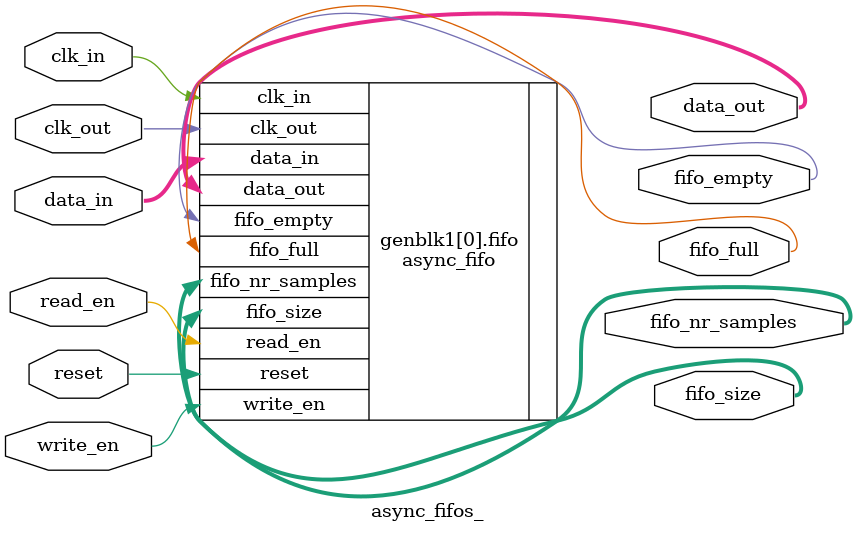
<source format=v>
`timescale 1ns / 1ps



module async_fifos_
    
    #(parameter number_ports = 1, parameter FIFO_DATA_WIDTH = 18, parameter FIFO_ADDR_WIDTH = 4, parameter REG_CLK_IN = 0)
    
    (
     input [number_ports - 1: 0] clk_in,
     input [number_ports - 1: 0] clk_out,
     input [number_ports - 1: 0] reset,
     input [number_ports - 1: 0] write_en,
     input [(FIFO_DATA_WIDTH * number_ports) - 1 :0] data_in,
     input [number_ports - 1: 0] read_en,
     output [(FIFO_DATA_WIDTH * number_ports) - 1:0] data_out,
     output [number_ports - 1: 0] fifo_full,
     output [number_ports - 1: 0] fifo_empty,
     output [(16 * number_ports) - 1:0]  fifo_size,             //Tenho que confirmar isto mais tarde
     output [(16 * number_ports) - 1:0]  fifo_nr_samples        //Same here, tenho que confirmar isto mais tarde
    
    );
    
    
    genvar i;
    
 
    generate
    
        for(i = 0; i < number_ports; i = i+1)
        begin
        
            async_fifo #(.FIFO_DATA_WIDTH(FIFO_DATA_WIDTH), .FIFO_ADDR_WIDTH(FIFO_ADDR_WIDTH), .REG_CLK_IN(REG_CLK_IN)) 
            fifo (
                 .clk_in(clk_in[i]),
                 .clk_out(clk_out[i]),
                 .reset(reset[i]),
                 .write_en(write_en[i]),
                 .data_in(data_in[(FIFO_DATA_WIDTH * i) + FIFO_DATA_WIDTH - 1: FIFO_DATA_WIDTH * i]),
                 .read_en(read_en[i]),
                 .data_out(data_out[(FIFO_DATA_WIDTH * i) + FIFO_DATA_WIDTH - 1: FIFO_DATA_WIDTH * i]),
                 .fifo_full(fifo_full[i]),
                 .fifo_empty(fifo_empty[i]),
                 .fifo_size(fifo_size[(i*16) + 15 : i*16]),
                 .fifo_nr_samples(fifo_nr_samples[(i*16) + 15 : i*16])                        
             ); 
        
        
        end
        
        
        
    endgenerate
    
endmodule

</source>
